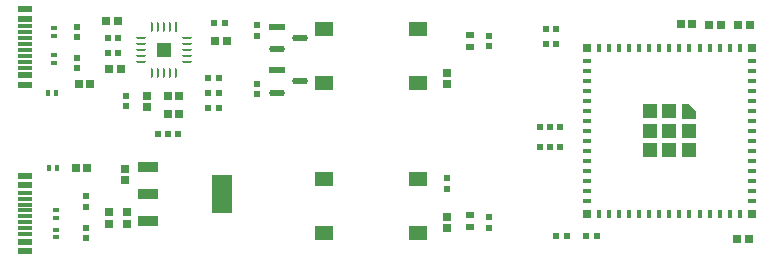
<source format=gtp>
G04*
G04 #@! TF.GenerationSoftware,Altium Limited,Altium Designer,25.8.1 (18)*
G04*
G04 Layer_Color=8421504*
%FSLAX25Y25*%
%MOIN*%
G70*
G04*
G04 #@! TF.SameCoordinates,67B45281-70B3-422D-B4EF-D01C400089C5*
G04*
G04*
G04 #@! TF.FilePolarity,Positive*
G04*
G01*
G75*
%ADD15R,0.05105X0.05105*%
G04:AMPARAMS|DCode=16|XSize=25.2mil|YSize=28.35mil|CornerRadius=3.15mil|HoleSize=0mil|Usage=FLASHONLY|Rotation=270.000|XOffset=0mil|YOffset=0mil|HoleType=Round|Shape=RoundedRectangle|*
%AMROUNDEDRECTD16*
21,1,0.02520,0.02205,0,0,270.0*
21,1,0.01890,0.02835,0,0,270.0*
1,1,0.00630,-0.01102,-0.00945*
1,1,0.00630,-0.01102,0.00945*
1,1,0.00630,0.01102,0.00945*
1,1,0.00630,0.01102,-0.00945*
%
%ADD16ROUNDEDRECTD16*%
%ADD17R,0.02126X0.02362*%
G04:AMPARAMS|DCode=18|XSize=25.2mil|YSize=28.35mil|CornerRadius=3.15mil|HoleSize=0mil|Usage=FLASHONLY|Rotation=180.000|XOffset=0mil|YOffset=0mil|HoleType=Round|Shape=RoundedRectangle|*
%AMROUNDEDRECTD18*
21,1,0.02520,0.02205,0,0,180.0*
21,1,0.01890,0.02835,0,0,180.0*
1,1,0.00630,-0.00945,0.01102*
1,1,0.00630,0.00945,0.01102*
1,1,0.00630,0.00945,-0.01102*
1,1,0.00630,-0.00945,-0.01102*
%
%ADD18ROUNDEDRECTD18*%
%ADD19R,0.03150X0.01575*%
%ADD20R,0.03150X0.03150*%
%ADD21R,0.01575X0.03150*%
%ADD22R,0.06102X0.05118*%
%ADD23R,0.04724X0.04724*%
%ADD24R,0.02756X0.02362*%
G04:AMPARAMS|DCode=25|XSize=33.06mil|YSize=9.55mil|CornerRadius=4.77mil|HoleSize=0mil|Usage=FLASHONLY|Rotation=270.000|XOffset=0mil|YOffset=0mil|HoleType=Round|Shape=RoundedRectangle|*
%AMROUNDEDRECTD25*
21,1,0.03306,0.00000,0,0,270.0*
21,1,0.02351,0.00955,0,0,270.0*
1,1,0.00955,0.00000,-0.01176*
1,1,0.00955,0.00000,0.01176*
1,1,0.00955,0.00000,0.01176*
1,1,0.00955,0.00000,-0.01176*
%
%ADD25ROUNDEDRECTD25*%
%ADD26R,0.02362X0.02126*%
%ADD27R,0.04528X0.02362*%
%ADD28R,0.02362X0.01378*%
%ADD29R,0.01378X0.02362*%
G04:AMPARAMS|DCode=30|XSize=125.98mil|YSize=68.9mil|CornerRadius=2.07mil|HoleSize=0mil|Usage=FLASHONLY|Rotation=90.000|XOffset=0mil|YOffset=0mil|HoleType=Round|Shape=RoundedRectangle|*
%AMROUNDEDRECTD30*
21,1,0.12598,0.06476,0,0,90.0*
21,1,0.12185,0.06890,0,0,90.0*
1,1,0.00413,0.03238,0.06093*
1,1,0.00413,0.03238,-0.06093*
1,1,0.00413,-0.03238,-0.06093*
1,1,0.00413,-0.03238,0.06093*
%
%ADD30ROUNDEDRECTD30*%
G04:AMPARAMS|DCode=31|XSize=35.43mil|YSize=68.9mil|CornerRadius=1.95mil|HoleSize=0mil|Usage=FLASHONLY|Rotation=90.000|XOffset=0mil|YOffset=0mil|HoleType=Round|Shape=RoundedRectangle|*
%AMROUNDEDRECTD31*
21,1,0.03543,0.06500,0,0,90.0*
21,1,0.03154,0.06890,0,0,90.0*
1,1,0.00390,0.03250,0.01577*
1,1,0.00390,0.03250,-0.01577*
1,1,0.00390,-0.03250,-0.01577*
1,1,0.00390,-0.03250,0.01577*
%
%ADD31ROUNDEDRECTD31*%
G04:AMPARAMS|DCode=32|XSize=53.43mil|YSize=22.53mil|CornerRadius=11.26mil|HoleSize=0mil|Usage=FLASHONLY|Rotation=0.000|XOffset=0mil|YOffset=0mil|HoleType=Round|Shape=RoundedRectangle|*
%AMROUNDEDRECTD32*
21,1,0.05343,0.00000,0,0,0.0*
21,1,0.03091,0.02253,0,0,0.0*
1,1,0.02253,0.01545,0.00000*
1,1,0.02253,-0.01545,0.00000*
1,1,0.02253,-0.01545,0.00000*
1,1,0.02253,0.01545,0.00000*
%
%ADD32ROUNDEDRECTD32*%
G04:AMPARAMS|DCode=33|XSize=9.55mil|YSize=33.06mil|CornerRadius=4.77mil|HoleSize=0mil|Usage=FLASHONLY|Rotation=270.000|XOffset=0mil|YOffset=0mil|HoleType=Round|Shape=RoundedRectangle|*
%AMROUNDEDRECTD33*
21,1,0.00955,0.02351,0,0,270.0*
21,1,0.00000,0.03306,0,0,270.0*
1,1,0.00955,-0.01176,0.00000*
1,1,0.00955,-0.01176,0.00000*
1,1,0.00955,0.01176,0.00000*
1,1,0.00955,0.01176,0.00000*
%
%ADD33ROUNDEDRECTD33*%
%ADD34R,0.00955X0.03306*%
%ADD35R,0.04528X0.01181*%
%ADD36R,0.05343X0.02253*%
G36*
X243638Y54134D02*
Y58858D01*
X246000D01*
X248362Y56496D01*
Y54134D01*
X243638D01*
D02*
G37*
D15*
X71000Y77000D02*
D03*
D16*
X58800Y19100D02*
D03*
Y22900D02*
D03*
X165500Y65600D02*
D03*
Y17600D02*
D03*
X65500Y57868D02*
D03*
X58000Y33600D02*
D03*
X52800Y22900D02*
D03*
X165500Y21400D02*
D03*
X65500Y61668D02*
D03*
X52800Y19100D02*
D03*
X58000Y37400D02*
D03*
X165500Y69400D02*
D03*
D17*
X203001Y51300D02*
D03*
X199599D02*
D03*
D03*
X196198D02*
D03*
X89201Y62500D02*
D03*
Y57500D02*
D03*
X196198Y44500D02*
D03*
X75701Y49000D02*
D03*
X91201Y86000D02*
D03*
X215201Y15000D02*
D03*
X199599Y44500D02*
D03*
D03*
X201701Y79000D02*
D03*
Y84000D02*
D03*
X205201Y15000D02*
D03*
X72299Y49000D02*
D03*
X68898D02*
D03*
X89201Y67500D02*
D03*
X211799Y15000D02*
D03*
X85799Y62500D02*
D03*
Y67500D02*
D03*
X201799Y15000D02*
D03*
X72299Y49000D02*
D03*
X87799Y86000D02*
D03*
X52299Y76000D02*
D03*
Y81000D02*
D03*
X55701Y76000D02*
D03*
Y81000D02*
D03*
X85799Y57500D02*
D03*
X198299Y84000D02*
D03*
Y79000D02*
D03*
X203001Y44500D02*
D03*
D18*
X266200Y85400D02*
D03*
X256600D02*
D03*
X243300Y85800D02*
D03*
X262100Y14000D02*
D03*
X91900Y80000D02*
D03*
X51800Y86800D02*
D03*
X52801Y70500D02*
D03*
X76101Y61500D02*
D03*
X46400Y65500D02*
D03*
X76101Y55500D02*
D03*
X45400Y37500D02*
D03*
X262400Y85400D02*
D03*
X265900Y14000D02*
D03*
X247100Y85800D02*
D03*
X252800Y85400D02*
D03*
X42600Y65500D02*
D03*
X72301Y55500D02*
D03*
Y61500D02*
D03*
X88100Y80000D02*
D03*
X56601Y70500D02*
D03*
X55600Y86800D02*
D03*
X41600Y37500D02*
D03*
D19*
X267063Y73425D02*
D03*
Y66732D02*
D03*
Y70079D02*
D03*
Y63386D02*
D03*
Y56693D02*
D03*
Y60039D02*
D03*
Y53347D02*
D03*
Y46654D02*
D03*
Y50000D02*
D03*
Y43307D02*
D03*
Y36614D02*
D03*
Y39961D02*
D03*
Y33268D02*
D03*
Y26575D02*
D03*
Y29921D02*
D03*
X211945Y46654D02*
D03*
Y50000D02*
D03*
Y43307D02*
D03*
Y39961D02*
D03*
Y36614D02*
D03*
Y33268D02*
D03*
Y29921D02*
D03*
Y26575D02*
D03*
Y66732D02*
D03*
Y56693D02*
D03*
Y70079D02*
D03*
Y60039D02*
D03*
Y73425D02*
D03*
Y63386D02*
D03*
Y53347D02*
D03*
D20*
X267063Y77559D02*
D03*
X211945D02*
D03*
X267063Y22441D02*
D03*
X211945D02*
D03*
D21*
X262929Y77559D02*
D03*
X259583D02*
D03*
X252890Y22441D02*
D03*
X256236D02*
D03*
X252890Y77559D02*
D03*
X216079Y22441D02*
D03*
X219425D02*
D03*
X222772D02*
D03*
X226118D02*
D03*
X229465D02*
D03*
X232811D02*
D03*
X236157D02*
D03*
X239504D02*
D03*
X242850D02*
D03*
X246197D02*
D03*
X249543D02*
D03*
X259583D02*
D03*
X219425Y77559D02*
D03*
X242850D02*
D03*
X232811D02*
D03*
X222772D02*
D03*
X246197D02*
D03*
X236157D02*
D03*
X216079D02*
D03*
X239504D02*
D03*
X249543D02*
D03*
X226118D02*
D03*
X229465D02*
D03*
X262929Y22441D02*
D03*
X256236Y77559D02*
D03*
D22*
X155650Y83858D02*
D03*
X124350D02*
D03*
Y33858D02*
D03*
X155650D02*
D03*
Y16142D02*
D03*
X124350D02*
D03*
Y66142D02*
D03*
X155650D02*
D03*
D23*
X239504Y56496D02*
D03*
X233008D02*
D03*
X246000Y50000D02*
D03*
X239504D02*
D03*
X246000Y43504D02*
D03*
X239504D02*
D03*
X233008D02*
D03*
Y50000D02*
D03*
D24*
X173000Y18130D02*
D03*
Y81870D02*
D03*
Y78130D02*
D03*
Y21870D02*
D03*
D25*
X71000Y84541D02*
D03*
Y69459D02*
D03*
X69032D02*
D03*
X67063D02*
D03*
X72969Y84541D02*
D03*
X69032D02*
D03*
X67063D02*
D03*
X72969Y69459D02*
D03*
X74937D02*
D03*
D26*
X42000Y81299D02*
D03*
Y74402D02*
D03*
X45000Y24799D02*
D03*
Y17701D02*
D03*
X165500Y30799D02*
D03*
X179500Y78299D02*
D03*
Y21201D02*
D03*
X165500Y34201D02*
D03*
X58500Y61701D02*
D03*
Y58299D02*
D03*
X102000Y65701D02*
D03*
Y81799D02*
D03*
X42000Y71000D02*
D03*
X102000Y62299D02*
D03*
X45000Y28201D02*
D03*
Y14299D02*
D03*
X179500Y81701D02*
D03*
Y17799D02*
D03*
X42000Y84701D02*
D03*
X102000Y85201D02*
D03*
D27*
X24784Y90598D02*
D03*
Y65402D02*
D03*
Y35098D02*
D03*
Y9902D02*
D03*
Y68551D02*
D03*
Y87449D02*
D03*
Y31949D02*
D03*
Y13051D02*
D03*
D28*
X34500Y84280D02*
D03*
Y72720D02*
D03*
X35000Y23559D02*
D03*
Y14500D02*
D03*
X34500Y75279D02*
D03*
Y81721D02*
D03*
X35000Y21000D02*
D03*
Y17059D02*
D03*
D29*
X32500Y62500D02*
D03*
X32721Y37500D02*
D03*
X35059Y62500D02*
D03*
X35280Y37500D02*
D03*
D30*
X90303Y29000D02*
D03*
D31*
X65697D02*
D03*
Y19945D02*
D03*
Y38055D02*
D03*
D32*
X116242Y66500D02*
D03*
X108758Y77260D02*
D03*
Y62760D02*
D03*
X116242Y81000D02*
D03*
D33*
X78541Y75032D02*
D03*
Y73063D02*
D03*
Y77000D02*
D03*
Y78969D02*
D03*
X63459Y73063D02*
D03*
X78541Y80937D02*
D03*
X63459D02*
D03*
Y78969D02*
D03*
Y77000D02*
D03*
Y75032D02*
D03*
D34*
X74937Y84541D02*
D03*
D35*
X24784Y80953D02*
D03*
Y77016D02*
D03*
Y71110D02*
D03*
Y25453D02*
D03*
Y21516D02*
D03*
Y15610D02*
D03*
Y27421D02*
D03*
Y78984D02*
D03*
Y75047D02*
D03*
Y84890D02*
D03*
Y82921D02*
D03*
Y73079D02*
D03*
Y17579D02*
D03*
Y19547D02*
D03*
Y23484D02*
D03*
Y29390D02*
D03*
D36*
X108758Y70240D02*
D03*
Y84740D02*
D03*
M02*

</source>
